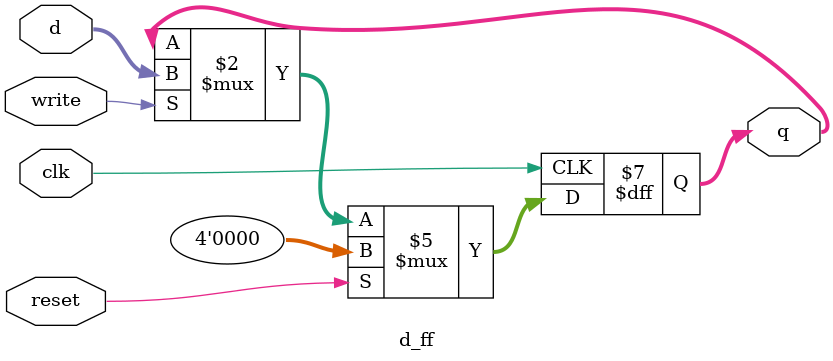
<source format=sv>
module d_ff (
    input clk,          // Clock signal
    input reset,          // Active-high synchronous reset
    input write,        // Write enable signal
    input [3:0] d,      // 4-bit Data input
    output reg [3:0] q  // 4-bit Output
);

    always @(posedge clk) begin
        if (reset) 
            q <= 4'b0000;      // Reset Q to 0 on clock edge
        else if (write) 
            q <= d;            // Store D only when write is high
    end

endmodule
</source>
